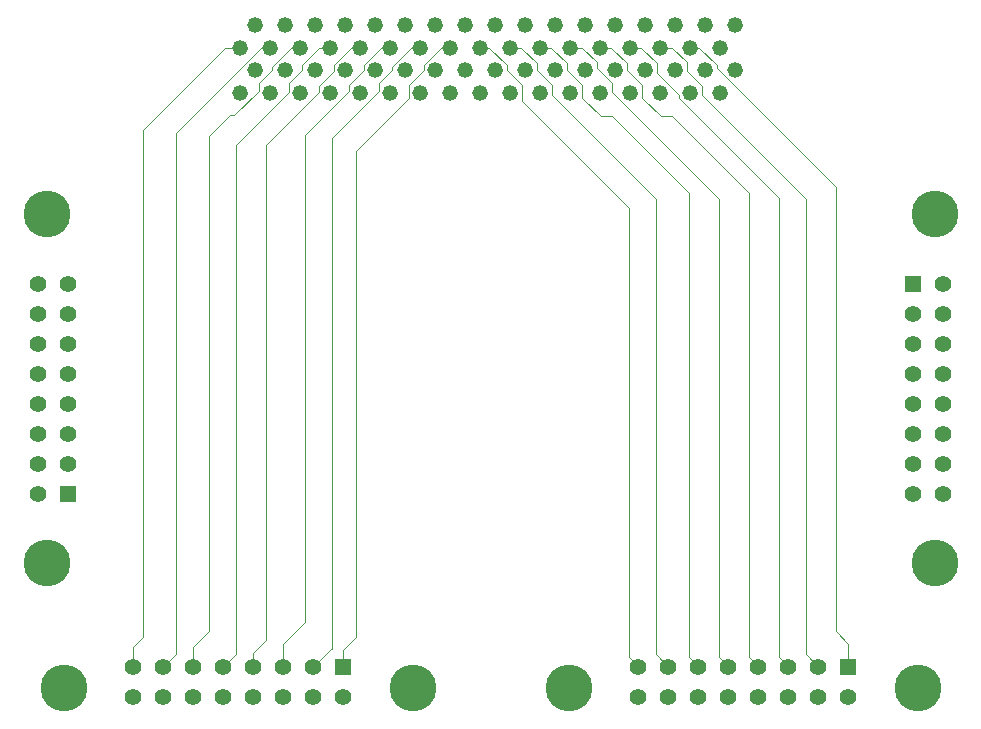
<source format=gbr>
%TF.GenerationSoftware,KiCad,Pcbnew,7.0.5-0*%
%TF.CreationDate,2023-09-20T16:50:09-04:00*%
%TF.ProjectId,patchpanel,70617463-6870-4616-9e65-6c2e6b696361,2.0*%
%TF.SameCoordinates,Original*%
%TF.FileFunction,Copper,L3,Inr*%
%TF.FilePolarity,Positive*%
%FSLAX46Y46*%
G04 Gerber Fmt 4.6, Leading zero omitted, Abs format (unit mm)*
G04 Created by KiCad (PCBNEW 7.0.5-0) date 2023-09-20 16:50:09*
%MOMM*%
%LPD*%
G01*
G04 APERTURE LIST*
%TA.AperFunction,ComponentPad*%
%ADD10R,1.397000X1.397000*%
%TD*%
%TA.AperFunction,ComponentPad*%
%ADD11C,1.397000*%
%TD*%
%TA.AperFunction,ComponentPad*%
%ADD12C,3.962400*%
%TD*%
%TA.AperFunction,ComponentPad*%
%ADD13C,1.320800*%
%TD*%
%TA.AperFunction,Conductor*%
%ADD14C,0.068580*%
%TD*%
G04 APERTURE END LIST*
D10*
%TO.N,Net-(J1-Pad29)*%
%TO.C,U1*%
X64287400Y-101396800D03*
D11*
%TO.N,Net-(J1-Pad31)*%
X61747400Y-101396800D03*
%TO.N,Net-(J1-Pad25)*%
X64287400Y-98856800D03*
%TO.N,Net-(J1-Pad27)*%
X61747400Y-98856800D03*
%TO.N,Net-(J1-Pad21)*%
X64287400Y-96316800D03*
%TO.N,Net-(J1-Pad23)*%
X61747400Y-96316800D03*
%TO.N,Net-(J1-Pad17)*%
X64287400Y-93776800D03*
%TO.N,Net-(J1-Pad19)*%
X61747400Y-93776800D03*
%TO.N,Net-(J1-Pad13)*%
X64287400Y-91236800D03*
%TO.N,Net-(J1-Pad15)*%
X61747400Y-91236800D03*
%TO.N,Net-(J1-Pad9)*%
X64287400Y-88696800D03*
%TO.N,Net-(J1-Pad11)*%
X61747400Y-88696800D03*
%TO.N,Net-(J1-Pad5)*%
X64287400Y-86156800D03*
%TO.N,Net-(J1-Pad7)*%
X61747400Y-86156800D03*
%TO.N,Net-(J1-Pad1)*%
X64287400Y-83616800D03*
%TO.N,Net-(J1-Pad3)*%
X61747400Y-83616800D03*
D12*
%TO.N,N/C*%
X62484000Y-107289600D03*
X62484000Y-77724000D03*
%TD*%
D10*
%TO.N,Net-(J1-Pad62)*%
%TO.C,U3*%
X130352800Y-116052600D03*
D11*
%TO.N,Net-(J1-Pad64)*%
X130352800Y-118592600D03*
%TO.N,Net-(J1-Pad58)*%
X127812800Y-116052600D03*
%TO.N,Net-(J1-Pad60)*%
X127812800Y-118592600D03*
%TO.N,Net-(J1-Pad54)*%
X125272800Y-116052600D03*
%TO.N,Net-(J1-Pad56)*%
X125272800Y-118592600D03*
%TO.N,Net-(J1-Pad50)*%
X122732800Y-116052600D03*
%TO.N,Net-(J1-Pad52)*%
X122732800Y-118592600D03*
%TO.N,Net-(J1-Pad46)*%
X120192800Y-116052600D03*
%TO.N,Net-(J1-Pad48)*%
X120192800Y-118592600D03*
%TO.N,Net-(J1-Pad42)*%
X117652800Y-116052600D03*
%TO.N,Net-(J1-Pad44)*%
X117652800Y-118592600D03*
%TO.N,Net-(J1-Pad38)*%
X115112800Y-116052600D03*
%TO.N,Net-(J1-Pad40)*%
X115112800Y-118592600D03*
%TO.N,Net-(J1-Pad34)*%
X112572800Y-116052600D03*
%TO.N,Net-(J1-Pad36)*%
X112572800Y-118592600D03*
D12*
%TO.N,N/C*%
X136245600Y-117856000D03*
X106680000Y-117856000D03*
%TD*%
D10*
%TO.N,Net-(J1-Pad61)*%
%TO.C,U4*%
X135864600Y-83616800D03*
D11*
%TO.N,Net-(J1-Pad63)*%
X138404600Y-83616800D03*
%TO.N,Net-(J1-Pad57)*%
X135864600Y-86156800D03*
%TO.N,Net-(J1-Pad59)*%
X138404600Y-86156800D03*
%TO.N,Net-(J1-Pad53)*%
X135864600Y-88696800D03*
%TO.N,Net-(J1-Pad55)*%
X138404600Y-88696800D03*
%TO.N,Net-(J1-Pad49)*%
X135864600Y-91236800D03*
%TO.N,Net-(J1-Pad51)*%
X138404600Y-91236800D03*
%TO.N,Net-(J1-Pad45)*%
X135864600Y-93776800D03*
%TO.N,Net-(J1-Pad47)*%
X138404600Y-93776800D03*
%TO.N,Net-(J1-Pad41)*%
X135864600Y-96316800D03*
%TO.N,Net-(J1-Pad43)*%
X138404600Y-96316800D03*
%TO.N,Net-(J1-Pad37)*%
X135864600Y-98856800D03*
%TO.N,Net-(J1-Pad39)*%
X138404600Y-98856800D03*
%TO.N,Net-(J1-Pad33)*%
X135864600Y-101396800D03*
%TO.N,Net-(J1-Pad35)*%
X138404600Y-101396800D03*
D12*
%TO.N,N/C*%
X137668000Y-77724000D03*
X137668000Y-107289600D03*
%TD*%
D13*
%TO.N,Net-(J1-Pad1)*%
%TO.C,J1*%
X78867000Y-67437000D03*
%TO.N,Net-(J1-Pad2)*%
X78867000Y-63627000D03*
%TO.N,Net-(J1-Pad3)*%
X80137000Y-65532000D03*
%TO.N,Net-(J1-Pad4)*%
X80137000Y-61722000D03*
%TO.N,Net-(J1-Pad5)*%
X81407000Y-67437000D03*
%TO.N,Net-(J1-Pad6)*%
X81407000Y-63627000D03*
%TO.N,Net-(J1-Pad7)*%
X82677000Y-65532000D03*
%TO.N,Net-(J1-Pad8)*%
X82677000Y-61722000D03*
%TO.N,Net-(J1-Pad9)*%
X83947000Y-67437000D03*
%TO.N,Net-(J1-Pad10)*%
X83947000Y-63627000D03*
%TO.N,Net-(J1-Pad11)*%
X85217000Y-65532000D03*
%TO.N,Net-(J1-Pad12)*%
X85217000Y-61722000D03*
%TO.N,Net-(J1-Pad13)*%
X86487000Y-67437000D03*
%TO.N,Net-(J1-Pad14)*%
X86487000Y-63627000D03*
%TO.N,Net-(J1-Pad15)*%
X87757000Y-65532000D03*
%TO.N,Net-(J1-Pad16)*%
X87757000Y-61722000D03*
%TO.N,Net-(J1-Pad17)*%
X89027000Y-67437000D03*
%TO.N,Net-(J1-Pad18)*%
X89027000Y-63627000D03*
%TO.N,Net-(J1-Pad19)*%
X90297000Y-65532000D03*
%TO.N,Net-(J1-Pad20)*%
X90297000Y-61722000D03*
%TO.N,Net-(J1-Pad21)*%
X91567000Y-67437000D03*
%TO.N,Net-(J1-Pad22)*%
X91567000Y-63627000D03*
%TO.N,Net-(J1-Pad23)*%
X92837000Y-65532000D03*
%TO.N,Net-(J1-Pad24)*%
X92837000Y-61722000D03*
%TO.N,Net-(J1-Pad25)*%
X94107000Y-67437000D03*
%TO.N,Net-(J1-Pad26)*%
X94107000Y-63627000D03*
%TO.N,Net-(J1-Pad27)*%
X95377000Y-65532000D03*
%TO.N,Net-(J1-Pad28)*%
X95377000Y-61722000D03*
%TO.N,Net-(J1-Pad29)*%
X96647000Y-67437000D03*
%TO.N,Net-(J1-Pad30)*%
X96647000Y-63627000D03*
%TO.N,Net-(J1-Pad31)*%
X97917000Y-65532000D03*
%TO.N,Net-(J1-Pad32)*%
X97917000Y-61722000D03*
%TO.N,Net-(J1-Pad33)*%
X99187000Y-67437000D03*
%TO.N,Net-(J1-Pad34)*%
X99187000Y-63627000D03*
%TO.N,Net-(J1-Pad35)*%
X100457000Y-65532000D03*
%TO.N,Net-(J1-Pad36)*%
X100457000Y-61722000D03*
%TO.N,Net-(J1-Pad37)*%
X101727000Y-67437000D03*
%TO.N,Net-(J1-Pad38)*%
X101727000Y-63627000D03*
%TO.N,Net-(J1-Pad39)*%
X102997000Y-65532000D03*
%TO.N,Net-(J1-Pad40)*%
X102997000Y-61722000D03*
%TO.N,Net-(J1-Pad41)*%
X104267000Y-67437000D03*
%TO.N,Net-(J1-Pad42)*%
X104267000Y-63627000D03*
%TO.N,Net-(J1-Pad43)*%
X105537000Y-65532000D03*
%TO.N,Net-(J1-Pad44)*%
X105537000Y-61722000D03*
%TO.N,Net-(J1-Pad45)*%
X106807000Y-67437000D03*
%TO.N,Net-(J1-Pad46)*%
X106807000Y-63627000D03*
%TO.N,Net-(J1-Pad47)*%
X108077000Y-65532000D03*
%TO.N,Net-(J1-Pad48)*%
X108077000Y-61722000D03*
%TO.N,Net-(J1-Pad49)*%
X109347000Y-67437000D03*
%TO.N,Net-(J1-Pad50)*%
X109347000Y-63627000D03*
%TO.N,Net-(J1-Pad51)*%
X110617000Y-65532000D03*
%TO.N,Net-(J1-Pad52)*%
X110617000Y-61722000D03*
%TO.N,Net-(J1-Pad53)*%
X111887000Y-67437000D03*
%TO.N,Net-(J1-Pad54)*%
X111887000Y-63627000D03*
%TO.N,Net-(J1-Pad55)*%
X113157000Y-65532000D03*
%TO.N,Net-(J1-Pad56)*%
X113157000Y-61722000D03*
%TO.N,Net-(J1-Pad57)*%
X114427000Y-67437000D03*
%TO.N,Net-(J1-Pad58)*%
X114427000Y-63627000D03*
%TO.N,Net-(J1-Pad59)*%
X115697000Y-65532000D03*
%TO.N,Net-(J1-Pad60)*%
X115697000Y-61722000D03*
%TO.N,Net-(J1-Pad61)*%
X116967000Y-67437000D03*
%TO.N,Net-(J1-Pad62)*%
X116967000Y-63627000D03*
%TO.N,Net-(J1-Pad63)*%
X118237000Y-65532000D03*
%TO.N,Net-(J1-Pad64)*%
X118237000Y-61722000D03*
%TO.N,unconnected-(J1-Pad65)*%
X119507000Y-67437000D03*
%TO.N,unconnected-(J1-Pad66)*%
X119507000Y-63627000D03*
%TO.N,unconnected-(J1-Pad67)*%
X120777000Y-65532000D03*
%TO.N,unconnected-(J1-Pad68)*%
X120777000Y-61722000D03*
%TD*%
D10*
%TO.N,Net-(J1-Pad30)*%
%TO.C,U2*%
X87579200Y-116052600D03*
D11*
%TO.N,Net-(J1-Pad32)*%
X87579200Y-118592600D03*
%TO.N,Net-(J1-Pad26)*%
X85039200Y-116052600D03*
%TO.N,Net-(J1-Pad28)*%
X85039200Y-118592600D03*
%TO.N,Net-(J1-Pad22)*%
X82499200Y-116052600D03*
%TO.N,Net-(J1-Pad24)*%
X82499200Y-118592600D03*
%TO.N,Net-(J1-Pad18)*%
X79959200Y-116052600D03*
%TO.N,Net-(J1-Pad20)*%
X79959200Y-118592600D03*
%TO.N,Net-(J1-Pad14)*%
X77419200Y-116052600D03*
%TO.N,Net-(J1-Pad16)*%
X77419200Y-118592600D03*
%TO.N,Net-(J1-Pad10)*%
X74879200Y-116052600D03*
%TO.N,Net-(J1-Pad12)*%
X74879200Y-118592600D03*
%TO.N,Net-(J1-Pad6)*%
X72339200Y-116052600D03*
%TO.N,Net-(J1-Pad8)*%
X72339200Y-118592600D03*
%TO.N,Net-(J1-Pad2)*%
X69799200Y-116052600D03*
%TO.N,Net-(J1-Pad4)*%
X69799200Y-118592600D03*
D12*
%TO.N,N/C*%
X93472000Y-117856000D03*
X63906400Y-117856000D03*
%TD*%
D14*
%TO.N,Net-(J1-Pad2)*%
X70612000Y-113538000D02*
X70612000Y-70612000D01*
X69799200Y-114350800D02*
X70612000Y-113538000D01*
X70612000Y-70612000D02*
X77597000Y-63627000D01*
X77597000Y-63627000D02*
X78867000Y-63627000D01*
X69799200Y-116052600D02*
X69799200Y-114350800D01*
%TO.N,Net-(J1-Pad6)*%
X73406000Y-70869433D02*
X80648433Y-63627000D01*
X73406000Y-114985800D02*
X73406000Y-70869433D01*
X80648433Y-63627000D02*
X81407000Y-63627000D01*
X72339200Y-116052600D02*
X73406000Y-114985800D01*
%TO.N,Net-(J1-Pad10)*%
X80421600Y-67275967D02*
X80421600Y-66640967D01*
X81534000Y-65278000D02*
X83185000Y-63627000D01*
X74879200Y-114350800D02*
X76200000Y-113030000D01*
X80421600Y-66640967D02*
X81534000Y-65528567D01*
X83185000Y-63627000D02*
X83947000Y-63627000D01*
X78355567Y-69342000D02*
X80421600Y-67275967D01*
X76200000Y-113030000D02*
X76200000Y-71120000D01*
X76200000Y-71120000D02*
X77978000Y-69342000D01*
X74879200Y-116052600D02*
X74879200Y-114350800D01*
X81534000Y-65528567D02*
X81534000Y-65278000D01*
X77978000Y-69342000D02*
X78355567Y-69342000D01*
%TO.N,Net-(J1-Pad14)*%
X85553054Y-63627000D02*
X86487000Y-63627000D01*
X82961600Y-66644400D02*
X84074000Y-65532000D01*
X78486000Y-71882000D02*
X82961600Y-67406400D01*
X84074000Y-65106054D02*
X85553054Y-63627000D01*
X84074000Y-65532000D02*
X84074000Y-65106054D01*
X82961600Y-67406400D02*
X82961600Y-66644400D01*
X78486000Y-114985800D02*
X78486000Y-71882000D01*
X77419200Y-116052600D02*
X78486000Y-114985800D01*
%TO.N,Net-(J1-Pad18)*%
X86771600Y-65628400D02*
X86771600Y-65123833D01*
X85501600Y-67406400D02*
X85501600Y-66898400D01*
X79959200Y-114858800D02*
X81026000Y-113792000D01*
X81026000Y-71882000D02*
X85501600Y-67406400D01*
X79959200Y-116052600D02*
X79959200Y-114858800D01*
X88268433Y-63627000D02*
X89027000Y-63627000D01*
X81026000Y-113792000D02*
X81026000Y-71882000D01*
X85501600Y-66898400D02*
X86771600Y-65628400D01*
X86771600Y-65123833D02*
X88268433Y-63627000D01*
%TO.N,Net-(J1-Pad22)*%
X90808433Y-63627000D02*
X91567000Y-63627000D01*
X88041600Y-66802000D02*
X89311600Y-65532000D01*
X82499200Y-114096800D02*
X84328000Y-112268000D01*
X89311600Y-65123833D02*
X90808433Y-63627000D01*
X88041600Y-67275967D02*
X88041600Y-66802000D01*
X89311600Y-65532000D02*
X89311600Y-65123833D01*
X82499200Y-116052600D02*
X82499200Y-114096800D01*
X84328000Y-70989567D02*
X88041600Y-67275967D01*
X84328000Y-112268000D02*
X84328000Y-70989567D01*
%TO.N,Net-(J1-Pad26)*%
X91694000Y-65281433D02*
X93348433Y-63627000D01*
X86614000Y-114554000D02*
X86614000Y-71243567D01*
X91694000Y-65528567D02*
X91694000Y-65281433D01*
X85039200Y-116052600D02*
X86537800Y-114554000D01*
X90581600Y-67275967D02*
X90581600Y-66640967D01*
X86537800Y-114554000D02*
X86614000Y-114554000D01*
X90581600Y-66640967D02*
X91694000Y-65528567D01*
X86614000Y-71243567D02*
X90581600Y-67275967D01*
X93348433Y-63627000D02*
X94107000Y-63627000D01*
%TO.N,Net-(J1-Pad30)*%
X88646000Y-113538000D02*
X88646000Y-72390000D01*
X94391600Y-65532000D02*
X94391600Y-65123833D01*
X93121600Y-67914400D02*
X93121600Y-66802000D01*
X88646000Y-72390000D02*
X93121600Y-67914400D01*
X93121600Y-66802000D02*
X94391600Y-65532000D01*
X94391600Y-65123833D02*
X95888433Y-63627000D01*
X87579200Y-116052600D02*
X87579200Y-114604800D01*
X87579200Y-114604800D02*
X88646000Y-113538000D01*
X95888433Y-63627000D02*
X96647000Y-63627000D01*
%TO.N,Net-(J1-Pad34)*%
X111760000Y-115239800D02*
X111760000Y-77216000D01*
X102712400Y-66802000D02*
X101442400Y-65532000D01*
X111760000Y-77216000D02*
X102712400Y-68168400D01*
X99945567Y-63627000D02*
X99187000Y-63627000D01*
X102712400Y-68168400D02*
X102712400Y-66802000D01*
X101442400Y-65532000D02*
X101442400Y-65123833D01*
X101442400Y-65123833D02*
X99945567Y-63627000D01*
X112572800Y-116052600D02*
X111760000Y-115239800D01*
%TO.N,Net-(J1-Pad38)*%
X105252400Y-67660400D02*
X105252400Y-66802000D01*
X114046000Y-76454000D02*
X105252400Y-67660400D01*
X103982400Y-64948454D02*
X102660946Y-63627000D01*
X102660946Y-63627000D02*
X101727000Y-63627000D01*
X115112800Y-116052600D02*
X114046000Y-114985800D01*
X105252400Y-66802000D02*
X103982400Y-65532000D01*
X103982400Y-65532000D02*
X103982400Y-64948454D01*
X114046000Y-114985800D02*
X114046000Y-76454000D01*
%TO.N,Net-(J1-Pad42)*%
X109385633Y-69438400D02*
X107792400Y-67845167D01*
X107792400Y-66802000D02*
X106522400Y-65532000D01*
X110332400Y-69438400D02*
X109385633Y-69438400D01*
X107792400Y-67845167D02*
X107792400Y-66802000D01*
X116840000Y-115239800D02*
X116840000Y-75946000D01*
X105200946Y-63627000D02*
X104267000Y-63627000D01*
X106522400Y-64948454D02*
X105200946Y-63627000D01*
X106522400Y-65532000D02*
X106522400Y-64948454D01*
X117652800Y-116052600D02*
X116840000Y-115239800D01*
X116840000Y-75946000D02*
X110332400Y-69438400D01*
%TO.N,Net-(J1-Pad46)*%
X120192800Y-116052600D02*
X119380000Y-115239800D01*
X110332400Y-67406400D02*
X110332400Y-66640967D01*
X119380000Y-115239800D02*
X119380000Y-76454000D01*
X109062400Y-64866400D02*
X107823000Y-63627000D01*
X110332400Y-66640967D02*
X109062400Y-65370967D01*
X107823000Y-63627000D02*
X106807000Y-63627000D01*
X119380000Y-76454000D02*
X110332400Y-67406400D01*
X109062400Y-65370967D02*
X109062400Y-64866400D01*
%TO.N,Net-(J1-Pad50)*%
X121920000Y-75946000D02*
X115412400Y-69438400D01*
X121920000Y-115239800D02*
X121920000Y-75946000D01*
X114465633Y-69438400D02*
X112872400Y-67845167D01*
X115412400Y-69438400D02*
X114465633Y-69438400D01*
X112872400Y-66802000D02*
X111602400Y-65532000D01*
X110280946Y-63627000D02*
X109347000Y-63627000D01*
X111602400Y-64948454D02*
X110280946Y-63627000D01*
X111602400Y-65532000D02*
X111602400Y-64948454D01*
X122732800Y-116052600D02*
X121920000Y-115239800D01*
X112872400Y-67845167D02*
X112872400Y-66802000D01*
%TO.N,Net-(J1-Pad54)*%
X115981600Y-67845167D02*
X115981600Y-67598033D01*
X125272800Y-116052600D02*
X124460000Y-115239800D01*
X112820946Y-63627000D02*
X111887000Y-63627000D01*
X115981600Y-67598033D02*
X114142400Y-65758833D01*
X124460000Y-115239800D02*
X124460000Y-76323567D01*
X124460000Y-76323567D02*
X115981600Y-67845167D01*
X114142400Y-65758833D02*
X114142400Y-64948454D01*
X114142400Y-64948454D02*
X112820946Y-63627000D01*
%TO.N,Net-(J1-Pad58)*%
X126746000Y-114985800D02*
X126746000Y-76454000D01*
X127812800Y-116052600D02*
X126746000Y-114985800D01*
X126746000Y-76454000D02*
X117952400Y-67660400D01*
X115443000Y-63627000D02*
X114427000Y-63627000D01*
X116682400Y-65628400D02*
X116682400Y-64866400D01*
X117952400Y-66898400D02*
X116682400Y-65628400D01*
X116682400Y-64866400D02*
X115443000Y-63627000D01*
X117952400Y-67660400D02*
X117952400Y-66898400D01*
%TO.N,Net-(J1-Pad62)*%
X130352800Y-114096800D02*
X129286000Y-113030000D01*
X119222400Y-65123833D02*
X117725567Y-63627000D01*
X129286000Y-113030000D02*
X129286000Y-75438000D01*
X119222400Y-65374400D02*
X119222400Y-65123833D01*
X117725567Y-63627000D02*
X116967000Y-63627000D01*
X130352800Y-116052600D02*
X130352800Y-114096800D01*
X129286000Y-75438000D02*
X119222400Y-65374400D01*
%TD*%
M02*

</source>
